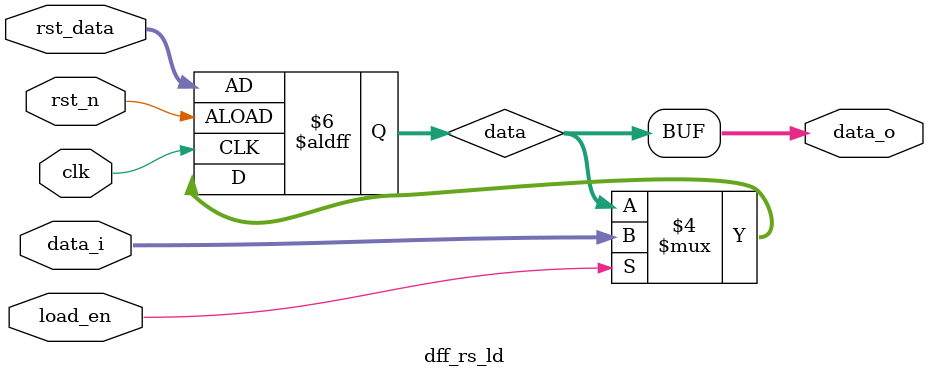
<source format=v>
`timescale 1ns / 1ps

// 带复位和加载使能的标准DFF
module dff_rs_ld #(
    parameter WIDTH = 32
) (
    input  wire             clk,
    input  wire             rst_n,
    input  wire             load_en,
    input  wire [WIDTH-1:0] rst_data,
    input  wire [WIDTH-1:0] data_i,
    output wire [WIDTH-1:0] data_o
);

    reg [WIDTH-1:0] data;

    always @(posedge clk or negedge rst_n) begin
        if (rst_n == 1'b0) begin
            data <= rst_data;
        end else if (load_en == 1'b1) begin
            data <= data_i;
        end
    end

    assign data_o = data;

endmodule

</source>
